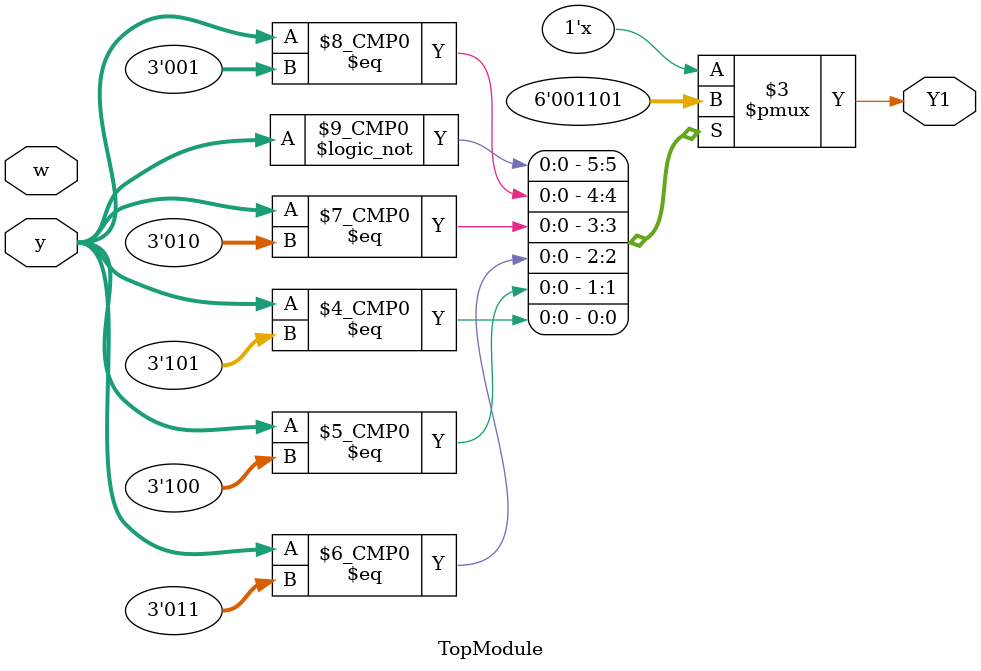
<source format=v>
module TopModule (
  input [2:0] y,
  input w,
  output reg Y1
);

  always @(*) begin
    case(y)
      3'b000: Y1 = 1'b0;
      3'b001: Y1 = 1'b0;
      3'b010: Y1 = 1'b1;
      3'b011: Y1 = 1'b1;
      3'b100: Y1 = 1'b0;
      3'b101: Y1 = 1'b1;
    endcase
  end

endmodule


</source>
